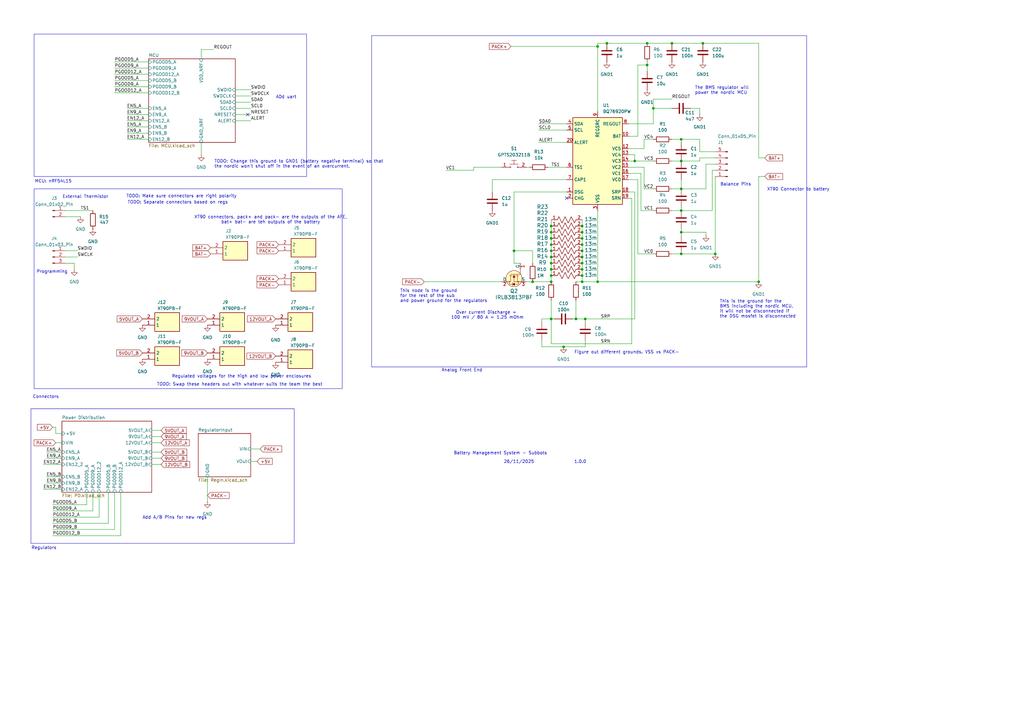
<source format=kicad_sch>
(kicad_sch (version 20250114) (generator "eeschema") (generator_version "9.0")
  (paper "A3")
  (lib_symbols
    (symbol "Battery_Management:BQ76920PW"
      (property "Reference" "U" (at -10.16 19.05 0))
      (property "Value" "BQ76920PW" (at 12.7 19.05 0))
      (symbol "BQ76920PW_1_0"
        (pin bidirectional line (at -12.7 7.62 0) (length 2.54) (name "ALERT") (number "20"))
        (pin passive line (at -12.7 -2.54 0) (length 2.54) (name "TS1") (number "6"))
        (pin passive line (at -12.7 -7.62 0) (length 2.54) (name "CAP1") (number "7"))
        (pin no_connect line (at -2.54 -17.78 90) (length 2.54) (hide yes) (name "NC") (number "11"))
        (pin power_in line (at 0 20.32 270) (length 2.54) (name "REGSRC") (number "9"))
        (pin power_out line (at 12.7 15.24 180) (length 2.54) (name "REGOUT") (number "8"))
        (pin input line (at 12.7 10.16 180) (length 2.54) (name "BAT") (number "10"))
        (pin input line (at 12.7 5.08 180) (length 2.54) (name "VC5") (number "12"))
        (pin input line (at 12.7 2.54 180) (length 2.54) (name "VC4") (number "13"))
        (pin input line (at 12.7 0 180) (length 2.54) (name "VC3") (number "14"))
        (pin input line (at 12.7 -2.54 180) (length 2.54) (name "VC2") (number "15"))
        (pin input line (at 12.7 -5.08 180) (length 2.54) (name "VC1") (number "16"))
        (pin input line (at 12.7 -7.62 180) (length 2.54) (name "VC0") (number "17"))
        (pin input line (at 12.7 -12.7 180) (length 2.54) (name "SRP") (number "18"))
        (pin input line (at 12.7 -15.24 180) (length 2.54) (name "SRN") (number "19"))
      )
      (symbol "BQ76920PW_1_1"
        (pin bidirectional line (at -12.7 15.24 0) (length 2.54) (name "SDA") (number "4"))
        (pin input line (at -12.7 12.7 0) (length 2.54) (name "SCL") (number "5"))
        (pin output line (at -12.7 -12.7 0) (length 2.54) (name "DSG") (number "1"))
        (pin output line (at -12.7 -15.24 0) (length 2.54) (name "CHG") (number "2"))
        (pin power_in line (at 0 -20.32 90) (length 2.54) (name "VSS") (number "3"))
      )
    )
    (symbol "Connector:Conn_01x02_Pin" (pin_names (offset 1.016) (hide yes))
      (property "Reference" "J" (at 0 2.54 0))
      (property "Value" "Conn_01x02_Pin" (at 0 -5.08 0))
      (symbol "Conn_01x02_Pin_1_1"
        (pin passive line (at 5.08 0 180) (length 3.81) (name "Pin_1") (number "1"))
        (pin passive line (at 5.08 -2.54 180) (length 3.81) (name "Pin_2") (number "2"))
      )
    )
    (symbol "Connector:Conn_01x03_Pin" (pin_names (offset 1.016) (hide yes))
      (property "Reference" "J" (at 0 5.08 0))
      (property "Value" "Conn_01x03_Pin" (at 0 -5.08 0))
      (symbol "Conn_01x03_Pin_1_1"
        (pin passive line (at 5.08 2.54 180) (length 3.81) (name "Pin_1") (number "1"))
        (pin passive line (at 5.08 0 180) (length 3.81) (name "Pin_2") (number "2"))
        (pin passive line (at 5.08 -2.54 180) (length 3.81) (name "Pin_3") (number "3"))
      )
    )
    (symbol "Connector:Conn_01x05_Pin" (pin_names (offset 1.016) (hide yes))
      (property "Reference" "J" (at 0 7.62 0))
      (property "Value" "Conn_01x05_Pin" (at 0 -7.62 0))
      (symbol "Conn_01x05_Pin_1_1"
        (pin passive line (at 5.08 5.08 180) (length 3.81) (name "Pin_1") (number "1"))
        (pin passive line (at 5.08 2.54 180) (length 3.81) (name "Pin_2") (number "2"))
        (pin passive line (at 5.08 0 180) (length 3.81) (name "Pin_3") (number "3"))
        (pin passive line (at 5.08 -2.54 180) (length 3.81) (name "Pin_4") (number "4"))
        (pin passive line (at 5.08 -5.08 180) (length 3.81) (name "Pin_5") (number "5"))
      )
    )
    (symbol "Device:C" (pin_numbers (hide yes)) (pin_names (offset 0.254))
      (property "Reference" "C" (at 0.635 2.54 0))
      (property "Value" "C" (at 0.635 -2.54 0))
      (symbol "C_1_1"
        (pin passive line (at 0 3.81 270) (length 2.794) (name "~") (number "1"))
        (pin passive line (at 0 -3.81 90) (length 2.794) (name "~") (number "2"))
      )
    )
    (symbol "Device:R" (pin_numbers (hide yes)) (pin_names (offset 0))
      (property "Reference" "R" (at 2.032 0 90))
      (property "Value" "R" (at 0 0 90))
      (symbol "R_1_1"
        (pin passive line (at 0 3.81 270) (length 1.27) (name "~") (number "1"))
        (pin passive line (at 0 -3.81 90) (length 1.27) (name "~") (number "2"))
      )
    )
    (symbol "LIB_XT90PB-F:XT90PB-F"
      (property "Reference" "J" (at 16.51 7.62 0))
      (property "Value" "XT90PB-F" (at 16.51 5.08 0))
      (symbol "XT90PB-F_1_1"
        (pin passive line (at 0 0 0) (length 5.08) (name "2") (number "2"))
        (pin passive line (at 0 -2.54 0) (length 5.08) (name "1") (number "1"))
      )
    )
    (symbol "dk_Pushbutton-Switches:GPTS203211B" (pin_names (offset 1.016))
      (property "Reference" "S" (at -3.81 3.81 0))
      (property "Value" "GPTS203211B" (at 0 -2.54 0))
      (symbol "GPTS203211B_1_1"
        (pin passive line (at -5.08 0 0) (length 2.54) (name "~") (number "1"))
        (pin passive line (at 5.08 0 180) (length 2.54) (name "~") (number "2"))
      )
    )
    (symbol "dk_Transistors-FETs-MOSFETs-Single:IRLB3034PBF" (pin_names (offset 0))
      (property "Reference" "Q" (at -2.6924 3.6322 0))
      (property "Value" "IRLB3034PBF" (at 3.4544 0 90))
      (symbol "IRLB3034PBF_1_1"
        (pin bidirectional line (at -7.62 -2.54 0) (length 2.54) (name "G") (number "1"))
        (pin bidirectional line (at 0 5.08 270) (length 2.54) (name "D") (number "2"))
        (pin bidirectional line (at 0 -5.08 90) (length 2.54) (name "S") (number "3"))
      )
    )
    (symbol "power:GND" (power) (pin_numbers (hide yes)) (pin_names (offset 0) (hide yes))
      (property "Value" "GND" (at 0 -3.81 0))
      (symbol "GND_1_1"
        (pin power_in line (at 0 0 270) (length 0) (name "~") (number "1"))
      )
    )
    (symbol "power:GND1" (power) (pin_numbers (hide yes)) (pin_names (offset 0) (hide yes))
      (property "Value" "GND1" (at 0 -3.81 0))
      (symbol "GND1_1_1"
        (pin power_in line (at 0 0 270) (length 0) (name "~") (number "1"))
      )
    )
    (symbol "ul_LTR100LJZPFSR015:LTR100LJZPFSR015" (pin_names (offset 0.254))
      (property "Reference" "R" (at 5.715 3.81 0))
      (property "Value" "LTR100LJZPFSR015" (at 6.35 -3.81 0))
      (symbol "LTR100LJZPFSR015_1_1"
        (pin unspecified line (at 0 0 0) (length 2.54) (name "") (number "1"))
        (pin unspecified line (at 12.7 0 180) (length 2.54) (name "") (number "2"))
      )
      (symbol "LTR100LJZPFSR015_1_2"
        (pin unspecified line (at 0 12.7 270) (length 2.54) (name "") (number "1"))
        (pin unspecified line (at 0 0 90) (length 2.54) (name "") (number "2"))
      )
    )
  )
  (rectangle (start 12.7 167.64) (end 120.65 222.885))
  (rectangle (start 13.97 77.47) (end 140.335 159.385))
  (rectangle (start 13.97 13.97) (end 125.73 72.39))
  (rectangle (start 152.4 14.605) (end 330.835 150.495))
  (text "This is the ground for the \nBMS including the nordic MCU,\nit will not be disconnected if \nthe DSG mosfet is disconnected" (at 295.148 126.746 0) (effects (font (size 1.27 1.27)) (justify left)))
  (text "TODO: Separate connectors based on regs\n" (at 72.898 83.058 0) (effects (font (size 1.27 1.27))))
  (text "Regulated voltages for the high and low power enclosures\n" (at 99.06 154.432 0) (effects (font (size 1.27 1.27))))
  (text "Connectors\n" (at 18.796 162.814 0) (effects (font (size 1.27 1.27))))
  (text "Add A/B Pins for new regs\n" (at 71.628 212.344 0) (effects (font (size 1.27 1.27))))
  (text "TODO: Make sure connectors are right polarity\n" (at 74.422 80.518 0) (effects (font (size 1.27 1.27))))
  (text "TODO: Change this ground to GND1 (battery negative terminal) so that\nthe nordic won't shut off in the event of an overcurrent." (at 87.884 67.31 0) (effects (font (size 1.27 1.27)) (justify left)))
  (text "This node is the ground\nfor the rest of the sub \nand power ground for the regulators \n" (at 164.084 121.412 0) (effects (font (size 1.27 1.27)) (justify left)))
  (text "TODO: Swap these headers out with whatever suits the team the best\n" (at 98.298 157.734 0) (effects (font (size 1.27 1.27))))
  (text "Analog Front End\n" (at 189.484 151.892 0) (effects (font (size 1.27 1.27))))
  (text "The BMS regulator will\npower the nordic MCU\n" (at 284.988 37.084 0) (effects (font (size 1.27 1.27)) (justify left)))
  (text "ADd uart\n" (at 117.348 39.878 0) (effects (font (size 1.27 1.27))))
  (text "Regulators" (at 18.034 224.79 0) (effects (font (size 1.27 1.27))))
  (text "Balance Pins\n" (at 301.752 75.692 0) (effects (font (size 1.27 1.27))))
  (text "MCU: nRF54L15\n" (at 21.844 74.422 0) (effects (font (size 1.27 1.27))))
  (text "1.0.0\n" (at 237.998 189.484 0) (effects (font (size 1.27 1.27))))
  (text "Figure out different grounds. VSS vs PACK-" (at 257.048 144.526 0) (effects (font (size 1.27 1.27))))
  (text "External Thermistor\n" (at 35.052 80.772 0) (effects (font (size 1.27 1.27))))
  (text "26/11/2025" (at 212.852 189.484 0) (effects (font (size 1.27 1.27))))
  (text "Over current Discharge = \n100 mV / 80 A = 1.25 mOhm" (at 199.898 129.286 0) (effects (font (size 1.27 1.27))))
  (text "Battery Management System - Subbots" (at 205.232 185.928 0) (effects (font (size 1.27 1.27))))
  (text "XT90 connectors, pack+ and pack- are the outputs of the AFE,\nbat+ bat- are teh outputs of the battery\n\n" (at 110.998 91.186 0) (effects (font (size 1.27 1.27))))
  (text "XT90 Connector to battery\n\n" (at 327.406 78.74 0) (effects (font (size 1.27 1.27))))
  (text "Programming\n" (at 21.336 111.506 0) (effects (font (size 1.27 1.27))))
  (junction (at 236.22 130.81))
  (junction (at 238.76 110.49))
  (junction (at 238.76 107.95))
  (junction (at 238.76 113.03))
  (junction (at 238.76 95.25))
  (junction (at 240.03 130.81))
  (junction (at 238.76 115.57))
  (junction (at 231.14 142.24))
  (junction (at 267.97 44.45))
  (junction (at 311.15 115.57))
  (junction (at 279.4 77.47))
  (junction (at 265.43 26.67))
  (junction (at 226.06 95.25))
  (junction (at 238.76 92.71))
  (junction (at 226.06 130.81))
  (junction (at 238.76 97.79))
  (junction (at 226.06 113.03))
  (junction (at 226.06 110.49))
  (junction (at 226.06 102.87))
  (junction (at 210.82 102.87))
  (junction (at 238.76 100.33))
  (junction (at 226.06 100.33))
  (junction (at 238.76 105.41))
  (junction (at 248.92 17.78))
  (junction (at 218.44 115.57))
  (junction (at 226.06 107.95))
  (junction (at 260.35 66.04))
  (junction (at 279.4 66.04))
  (junction (at 279.4 57.15))
  (junction (at 288.29 17.78))
  (junction (at 279.4 104.14))
  (junction (at 279.4 86.36))
  (junction (at 226.06 105.41))
  (junction (at 245.11 115.57))
  (junction (at 245.11 19.05))
  (junction (at 226.06 92.71))
  (junction (at 293.37 104.14))
  (junction (at 226.06 115.57))
  (junction (at 265.43 17.78))
  (junction (at 226.06 97.79))
  (junction (at 238.76 102.87))
  (junction (at 275.59 17.78))
  (junction (at 279.4 95.25))
  (no_connect (at 232.41 81.28))
  (no_connect (at 101.6 46.99))
  (bus_entry (at -673.1 320.04) (size 2.54 2.54))
  (bus_entry (at -787.4 276.86) (size 2.54 2.54))
  (bus_entry (at 15.24 320.04) (size 2.54 2.54))
  (bus_entry (at -707.39 326.39) (size 2.54 2.54))
  (wire (pts (xy 292.1 69.85) (xy 293.37 69.85)))
  (wire (pts (xy 238.76 90.17) (xy 238.76 92.71)))
  (wire (pts (xy 240.03 130.81) (xy 240.03 132.08)))
  (wire (pts (xy 21.59 175.26) (xy 22.86 175.26)))
  (wire (pts (xy 46.99 27.94) (xy 60.96 27.94)))
  (wire (pts (xy 218.44 107.95) (xy 218.44 102.87)))
  (wire (pts (xy 275.59 44.45) (xy 267.97 44.45)))
  (wire (pts (xy 279.4 57.15) (xy 279.4 58.42)))
  (wire (pts (xy 222.25 139.7) (xy 222.25 142.24)))
  (wire (pts (xy 287.02 64.77) (xy 287.02 66.04)))
  (wire (pts (xy 62.23 181.61) (xy 66.04 181.61)))
  (wire (pts (xy 279.4 86.36) (xy 292.1 86.36)))
  (wire (pts (xy 21.59 217.17) (xy 46.99 217.17)))
  (wire (pts (xy 96.52 41.91) (xy 102.87 41.91)))
  (wire (pts (xy 26.67 107.95) (xy 30.48 107.95)))
  (wire (pts (xy 210.82 102.87) (xy 210.82 78.74)))
  (wire (pts (xy 259.08 140.97) (xy 259.08 81.28)))
  (wire (pts (xy 311.15 64.77) (xy 311.15 17.78)))
  (wire (pts (xy 226.06 97.79) (xy 226.06 100.33)))
  (wire (pts (xy 264.16 77.47) (xy 264.16 68.58)))
  (wire (pts (xy 194.31 68.58) (xy 205.74 68.58)))
  (wire (pts (xy 245.11 115.57) (xy 245.11 86.36)))
  (wire (pts (xy 240.03 139.7) (xy 240.03 142.24)))
  (wire (pts (xy 264.16 60.96) (xy 264.16 57.15)))
  (wire (pts (xy 46.99 30.48) (xy 60.96 30.48)))
  (wire (pts (xy 289.56 95.25) (xy 279.4 95.25)))
  (wire (pts (xy 21.59 214.63) (xy 44.45 214.63)))
  (wire (pts (xy 257.81 66.04) (xy 260.35 66.04)))
  (wire (pts (xy 275.59 66.04) (xy 279.4 66.04)))
  (wire (pts (xy 26.67 105.41) (xy 31.75 105.41)))
  (wire (pts (xy 262.89 86.36) (xy 267.97 86.36)))
  (wire (pts (xy 293.37 72.39) (xy 293.37 104.14)))
  (wire (pts (xy 313.69 72.39) (xy 311.15 72.39)))
  (wire (pts (xy 22.86 177.8) (xy 25.4 177.8)))
  (wire (pts (xy 60.96 33.02) (xy 46.99 33.02)))
  (wire (pts (xy 62.23 176.53) (xy 66.04 176.53)))
  (wire (pts (xy 289.56 96.52) (xy 289.56 95.25)))
  (wire (pts (xy 96.52 49.53) (xy 102.87 49.53)))
  (wire (pts (xy 82.55 58.42) (xy 82.55 63.5)))
  (wire (pts (xy 220.98 50.8) (xy 232.41 50.8)))
  (wire (pts (xy 226.06 90.17) (xy 226.06 92.71)))
  (wire (pts (xy 238.76 110.49) (xy 238.76 113.03)))
  (wire (pts (xy 218.44 115.57) (xy 226.06 115.57)))
  (wire (pts (xy 292.1 86.36) (xy 292.1 69.85)))
  (wire (pts (xy 222.25 130.81) (xy 222.25 132.08)))
  (wire (pts (xy 21.59 209.55) (xy 38.1 209.55)))
  (wire (pts (xy 226.06 92.71) (xy 226.06 95.25)))
  (wire (pts (xy 35.56 207.01) (xy 35.56 201.93)))
  (wire (pts (xy 60.96 49.53) (xy 52.07 49.53)))
  (wire (pts (xy 238.76 107.95) (xy 238.76 110.49)))
  (wire (pts (xy 210.82 107.95) (xy 213.36 107.95)))
  (wire (pts (xy 46.99 35.56) (xy 60.96 35.56)))
  (wire (pts (xy 102.87 189.23) (xy 105.41 189.23)))
  (wire (pts (xy 279.4 77.47) (xy 275.59 77.47)))
  (wire (pts (xy 85.09 195.58) (xy 85.09 205.74)))
  (wire (pts (xy 283.21 44.45) (xy 287.02 44.45)))
  (wire (pts (xy 52.07 52.07) (xy 60.96 52.07)))
  (wire (pts (xy 30.48 107.95) (xy 30.48 110.49)))
  (wire (pts (xy 279.4 73.66) (xy 279.4 77.47)))
  (wire (pts (xy 245.11 19.05) (xy 245.11 45.72)))
  (wire (pts (xy 218.44 102.87) (xy 210.82 102.87)))
  (wire (pts (xy 52.07 54.61) (xy 60.96 54.61)))
  (wire (pts (xy 44.45 214.63) (xy 44.45 201.93)))
  (wire (pts (xy 288.29 17.78) (xy 311.15 17.78)))
  (wire (pts (xy 261.62 73.66) (xy 257.81 73.66)))
  (wire (pts (xy 238.76 95.25) (xy 238.76 97.79)))
  (wire (pts (xy 40.64 212.09) (xy 40.64 201.93)))
  (wire (pts (xy 287.02 57.15) (xy 287.02 62.23)))
  (wire (pts (xy 261.62 55.88) (xy 261.62 26.67)))
  (wire (pts (xy 21.59 219.71) (xy 49.53 219.71)))
  (wire (pts (xy 311.15 72.39) (xy 311.15 115.57)))
  (wire (pts (xy 60.96 57.15) (xy 52.07 57.15)))
  (wire (pts (xy 96.52 39.37) (xy 102.87 39.37)))
  (wire (pts (xy 265.43 17.78) (xy 248.92 17.78)))
  (wire (pts (xy 236.22 123.19) (xy 236.22 130.81)))
  (wire (pts (xy 275.59 17.78) (xy 288.29 17.78)))
  (wire (pts (xy 245.11 115.57) (xy 311.15 115.57)))
  (wire (pts (xy 245.11 19.05) (xy 245.11 17.78)))
  (wire (pts (xy 287.02 62.23) (xy 293.37 62.23)))
  (wire (pts (xy 38.1 209.55) (xy 38.1 201.93)))
  (wire (pts (xy 49.53 219.71) (xy 49.53 201.93)))
  (wire (pts (xy 264.16 77.47) (xy 267.97 77.47)))
  (wire (pts (xy 279.4 93.98) (xy 279.4 95.25)))
  (wire (pts (xy 279.4 85.09) (xy 279.4 86.36)))
  (wire (pts (xy 267.97 50.8) (xy 257.81 50.8)))
  (wire (pts (xy 257.81 60.96) (xy 264.16 60.96)))
  (wire (pts (xy 287.02 44.45) (xy 287.02 46.99)))
  (wire (pts (xy 22.86 175.26) (xy 22.86 177.8)))
  (wire (pts (xy 226.06 102.87) (xy 226.06 105.41)))
  (wire (pts (xy 52.07 44.45) (xy 60.96 44.45)))
  (wire (pts (xy 238.76 100.33) (xy 238.76 102.87)))
  (wire (pts (xy 194.31 68.58) (xy 194.31 69.85)))
  (wire (pts (xy 264.16 57.15) (xy 267.97 57.15)))
  (wire (pts (xy 289.56 67.31) (xy 289.56 77.47)))
  (wire (pts (xy 224.79 68.58) (xy 232.41 68.58)))
  (wire (pts (xy 62.23 190.5) (xy 66.04 190.5)))
  (wire (pts (xy 226.06 113.03) (xy 226.06 115.57)))
  (wire (pts (xy 238.76 92.71) (xy 238.76 95.25)))
  (wire (pts (xy 226.06 130.81) (xy 227.33 130.81)))
  (wire (pts (xy 96.52 46.99) (xy 102.87 46.99)))
  (wire (pts (xy 17.78 190.5) (xy 25.4 190.5)))
  (wire (pts (xy 279.4 104.14) (xy 293.37 104.14)))
  (wire (pts (xy 261.62 26.67) (xy 265.43 26.67)))
  (wire (pts (xy 26.67 88.9) (xy 33.02 88.9)))
  (wire (pts (xy 226.06 100.33) (xy 226.06 102.87)))
  (wire (pts (xy 313.69 64.77) (xy 311.15 64.77)))
  (wire (pts (xy 96.52 44.45) (xy 102.87 44.45)))
  (wire (pts (xy 236.22 130.81) (xy 240.03 130.81)))
  (wire (pts (xy 220.98 53.34) (xy 232.41 53.34)))
  (wire (pts (xy 226.06 140.97) (xy 226.06 130.81)))
  (wire (pts (xy 215.9 68.58) (xy 217.17 68.58)))
  (wire (pts (xy 52.07 46.99) (xy 60.96 46.99)))
  (wire (pts (xy 265.43 26.67) (xy 265.43 29.21)))
  (wire (pts (xy 60.96 25.4) (xy 46.99 25.4)))
  (wire (pts (xy 259.08 140.97) (xy 226.06 140.97)))
  (wire (pts (xy 238.76 113.03) (xy 238.76 115.57)))
  (wire (pts (xy 279.4 66.04) (xy 287.02 66.04)))
  (wire (pts (xy 275.59 86.36) (xy 279.4 86.36)))
  (wire (pts (xy 261.62 104.14) (xy 261.62 73.66)))
  (wire (pts (xy 279.4 95.25) (xy 279.4 96.52)))
  (wire (pts (xy 46.99 217.17) (xy 46.99 201.93)))
  (wire (pts (xy 220.98 58.42) (xy 232.41 58.42)))
  (wire (pts (xy 222.25 130.81) (xy 226.06 130.81)))
  (wire (pts (xy 265.43 25.4) (xy 265.43 26.67)))
  (wire (pts (xy 275.59 104.14) (xy 279.4 104.14)))
  (wire (pts (xy 46.99 38.1) (xy 60.96 38.1)))
  (wire (pts (xy 26.67 86.36) (xy 38.1 86.36)))
  (wire (pts (xy 234.95 130.81) (xy 236.22 130.81)))
  (wire (pts (xy 21.59 207.01) (xy 35.56 207.01)))
  (wire (pts (xy 293.37 64.77) (xy 287.02 64.77)))
  (wire (pts (xy 19.05 198.12) (xy 25.4 198.12)))
  (wire (pts (xy 96.52 36.83) (xy 102.87 36.83)))
  (wire (pts (xy 275.59 57.15) (xy 279.4 57.15)))
  (wire (pts (xy 267.97 44.45) (xy 267.97 50.8)))
  (wire (pts (xy 226.06 95.25) (xy 226.06 97.79)))
  (wire (pts (xy 194.31 69.85) (xy 182.88 69.85)))
  (wire (pts (xy 264.16 68.58) (xy 257.81 68.58)))
  (wire (pts (xy 62.23 179.07) (xy 66.04 179.07)))
  (wire (pts (xy 173.99 115.57) (xy 205.74 115.57)))
  (wire (pts (xy 82.55 20.32) (xy 82.55 24.13)))
  (wire (pts (xy 260.35 130.81) (xy 260.35 78.74)))
  (wire (pts (xy 102.87 184.15) (xy 106.68 184.15)))
  (wire (pts (xy 267.97 40.64) (xy 275.59 40.64)))
  (wire (pts (xy 210.82 107.95) (xy 210.82 102.87)))
  (wire (pts (xy 215.9 115.57) (xy 218.44 115.57)))
  (wire (pts (xy 22.86 181.61) (xy 25.4 181.61)))
  (wire (pts (xy 262.89 71.12) (xy 257.81 71.12)))
  (wire (pts (xy 261.62 104.14) (xy 267.97 104.14)))
  (wire (pts (xy 232.41 73.66) (xy 201.93 73.66)))
  (wire (pts (xy 19.05 187.96) (xy 25.4 187.96)))
  (wire (pts (xy 238.76 105.41) (xy 238.76 107.95)))
  (wire (pts (xy 265.43 17.78) (xy 275.59 17.78)))
  (wire (pts (xy 210.82 78.74) (xy 232.41 78.74)))
  (wire (pts (xy 222.25 142.24) (xy 231.14 142.24)))
  (wire (pts (xy 62.23 187.96) (xy 66.04 187.96)))
  (wire (pts (xy 238.76 115.57) (xy 245.11 115.57)))
  (wire (pts (xy 262.89 86.36) (xy 262.89 71.12)))
  (wire (pts (xy 245.11 17.78) (xy 248.92 17.78)))
  (wire (pts (xy 226.06 123.19) (xy 226.06 130.81)))
  (wire (pts (xy 240.03 130.81) (xy 260.35 130.81)))
  (wire (pts (xy 87.63 20.32) (xy 82.55 20.32)))
  (wire (pts (xy 260.35 63.5) (xy 260.35 66.04)))
  (wire (pts (xy 260.35 78.74) (xy 257.81 78.74)))
  (wire (pts (xy 17.78 200.66) (xy 25.4 200.66)))
  (wire (pts (xy 231.14 142.24) (xy 240.03 142.24)))
  (wire (pts (xy 289.56 77.47) (xy 279.4 77.47)))
  (wire (pts (xy 226.06 105.41) (xy 226.06 107.95)))
  (wire (pts (xy 238.76 102.87) (xy 238.76 105.41)))
  (wire (pts (xy 236.22 115.57) (xy 238.76 115.57)))
  (wire (pts (xy 238.76 97.79) (xy 238.76 100.33)))
  (wire (pts (xy 257.81 63.5) (xy 260.35 63.5)))
  (wire (pts (xy 259.08 81.28) (xy 257.81 81.28)))
  (wire (pts (xy 279.4 57.15) (xy 287.02 57.15)))
  (wire (pts (xy 26.67 102.87) (xy 31.75 102.87)))
  (wire (pts (xy 293.37 67.31) (xy 289.56 67.31)))
  (wire (pts (xy 226.06 110.49) (xy 226.06 113.03)))
  (wire (pts (xy 209.55 19.05) (xy 245.11 19.05)))
  (wire (pts (xy 201.93 73.66) (xy 201.93 78.74)))
  (wire (pts (xy 257.81 55.88) (xy 261.62 55.88)))
  (wire (pts (xy 62.23 185.42) (xy 66.04 185.42)))
  (wire (pts (xy 260.35 66.04) (xy 267.97 66.04)))
  (wire (pts (xy 21.59 212.09) (xy 40.64 212.09)))
  (wire (pts (xy 19.05 195.58) (xy 25.4 195.58)))
  (wire (pts (xy 226.06 107.95) (xy 226.06 110.49)))
  (wire (pts (xy 267.97 40.64) (xy 267.97 44.45)))
  (wire (pts (xy 19.05 185.42) (xy 25.4 185.42)))
  (label "PGOOD5_A" (at 46.99 33.02 0))
  (label "SWCLK" (at 31.75 105.41 0))
  (label "PGOOD9_B" (at 21.59 217.17 0))
  (label "EN12_A" (at 52.07 57.15 0))
  (label "SWDIO" (at 102.87 36.83 0))
  (label "VC3" (at 264.16 66.04 0))
  (label "EN9_A" (at 52.07 46.99 0))
  (label "VC1" (at 182.88 69.85 0))
  (label "SWDIO" (at 31.75 102.87 0))
  (label "VC0" (at 264.16 104.14 0))
  (label "REGOUT" (at 87.63 20.32 0))
  (label "EN12_A" (at 17.78 190.5 0))
  (label "VC1" (at 264.16 86.36 0))
  (label "EN5_A" (at 52.07 44.45 0))
  (label "EN5_A" (at 52.07 52.07 0))
  (label "VC4" (at 264.16 57.15 0))
  (label "SDA0" (at 102.87 41.91 0))
  (label "EN9_A" (at 52.07 54.61 0))
  (label "SDA0" (at 220.98 50.8 0))
  (label "PGOOD9_A" (at 46.99 35.56 0))
  (label "ALERT" (at 102.87 49.53 0))
  (label "EN5_B" (at 19.05 195.58 0))
  (label "PGOOD12_B" (at 21.59 219.71 0))
  (label "EN12_B" (at 17.78 200.66 0))
  (label "SRP" (at 246.38 130.81 0))
  (label "SCL0" (at 220.98 53.34 0))
  (label "PGOOD9_A" (at 46.99 27.94 0))
  (label "PGOOD12_A" (at 46.99 38.1 0))
  (label "ALERT" (at 220.98 58.42 0))
  (label "PGOOD12_A" (at 46.99 30.48 0))
  (label "VC2" (at 264.16 77.47 0))
  (label "SCL0" (at 102.87 44.45 0))
  (label "EN12_A" (at 52.07 49.53 0))
  (label "PGOOD9_A" (at 21.59 209.55 0))
  (label "NRESET" (at 102.87 46.99 0))
  (label "REGOUT" (at 275.59 40.64 0))
  (label "PGOOD5_A" (at 21.59 207.01 0))
  (label "PGOOD12_A" (at 21.59 212.09 0))
  (label "EN9_B" (at 19.05 198.12 0))
  (label "PGOOD5_B" (at 21.59 214.63 0))
  (label "TS1" (at 226.06 68.58 0))
  (label "EN9_A" (at 19.05 187.96 0))
  (label "PGOOD5_A" (at 46.99 25.4 0))
  (label "TS1" (at 33.02 86.36 0))
  (label "EN5_A" (at 19.05 185.42 0))
  (label "SRN" (at 246.38 140.97 0))
  (label "SWDCLK" (at 102.87 39.37 0))
  (global_label "BAT-" (shape input) (at 313.69 72.39 0) (property "Intersheetrefs" "${INTERSHEET_REFS}" (effects (hide yes))))
  (global_label "12VOUT_B" (shape input) (at 113.03 146.05 180) (property "Intersheetrefs" "${INTERSHEET_REFS}" (effects (hide yes))))
  (global_label "PACK-" (shape input) (at 114.3 116.84 180) (property "Intersheetrefs" "${INTERSHEET_REFS}" (effects (hide yes))))
  (global_label "PACK-" (shape input) (at 173.99 115.57 180) (property "Intersheetrefs" "${INTERSHEET_REFS}" (effects (hide yes))))
  (global_label "9VOUT_A" (shape input) (at 85.09 130.81 180) (property "Intersheetrefs" "${INTERSHEET_REFS}" (effects (hide yes))))
  (global_label "PACK-" (shape input) (at 85.09 203.2 0) (property "Intersheetrefs" "${INTERSHEET_REFS}" (effects (hide yes))))
  (global_label "PACK+" (shape input) (at 22.86 181.61 180) (property "Intersheetrefs" "${INTERSHEET_REFS}" (effects (hide yes))))
  (global_label "5VOUT_B" (shape input) (at 66.04 185.42 0) (property "Intersheetrefs" "${INTERSHEET_REFS}" (effects (hide yes))))
  (global_label "BAT+" (shape input) (at 313.69 64.77 0) (property "Intersheetrefs" "${INTERSHEET_REFS}" (effects (hide yes))))
  (global_label "5VOUT_A" (shape input) (at 66.04 176.53 0) (property "Intersheetrefs" "${INTERSHEET_REFS}" (effects (hide yes))))
  (global_label "5VOUT_B" (shape input) (at 58.42 144.78 180) (property "Intersheetrefs" "${INTERSHEET_REFS}" (effects (hide yes))))
  (global_label "BAT+" (shape input) (at 86.36 101.6 180) (property "Intersheetrefs" "${INTERSHEET_REFS}" (effects (hide yes))))
  (global_label "PACK+" (shape input) (at 106.68 184.15 0) (property "Intersheetrefs" "${INTERSHEET_REFS}" (effects (hide yes))))
  (global_label "12VOUT_B" (shape input) (at 66.04 190.5 0) (property "Intersheetrefs" "${INTERSHEET_REFS}" (effects (hide yes))))
  (global_label "BAT-" (shape input) (at 86.36 104.14 180) (property "Intersheetrefs" "${INTERSHEET_REFS}" (effects (hide yes))))
  (global_label "12VOUT_A" (shape input) (at 66.04 181.61 0) (property "Intersheetrefs" "${INTERSHEET_REFS}" (effects (hide yes))))
  (global_label "9VOUT_A" (shape input) (at 66.04 179.07 0) (property "Intersheetrefs" "${INTERSHEET_REFS}" (effects (hide yes))))
  (global_label "PACK+" (shape input) (at 209.55 19.05 180) (property "Intersheetrefs" "${INTERSHEET_REFS}" (effects (hide yes))))
  (global_label "+5V" (shape input) (at 21.59 175.26 180) (property "Intersheetrefs" "${INTERSHEET_REFS}" (effects (hide yes))))
  (global_label "PACK+" (shape input) (at 114.3 114.3 180) (property "Intersheetrefs" "${INTERSHEET_REFS}" (effects (hide yes))))
  (global_label "5VOUT_A" (shape input) (at 58.42 130.81 180) (property "Intersheetrefs" "${INTERSHEET_REFS}" (effects (hide yes))))
  (global_label "9VOUT_B" (shape input) (at 85.09 144.78 180) (property "Intersheetrefs" "${INTERSHEET_REFS}" (effects (hide yes))))
  (global_label "12VOUT_A" (shape input) (at 113.03 130.81 180) (property "Intersheetrefs" "${INTERSHEET_REFS}" (effects (hide yes))))
  (global_label "+5V" (shape input) (at 105.41 189.23 0) (property "Intersheetrefs" "${INTERSHEET_REFS}" (effects (hide yes))))
  (global_label "PACK-" (shape input) (at 114.3 102.87 180) (property "Intersheetrefs" "${INTERSHEET_REFS}" (effects (hide yes))))
  (global_label "PACK+" (shape input) (at 114.3 100.33 180) (property "Intersheetrefs" "${INTERSHEET_REFS}" (effects (hide yes))))
  (global_label "9VOUT_B" (shape input) (at 66.04 187.96 0) (property "Intersheetrefs" "${INTERSHEET_REFS}" (effects (hide yes))))
  (symbol (lib_id "Device:R") (at 271.78 86.36 90) (unit 1)
    (property "Reference" "R4" (at 271.78 80.01 90))
    (property "Value" "100" (at 271.78 82.55 90))
    (property "Footprint" "Resistor_SMD:R_0805_2012Metric_Pad1.20x1.40mm_HandSolder" (effects (hide yes)))
    (property "Description" "Resistor" (effects (hide yes)))
  )
  (symbol (lib_id "ul_LTR100LJZPFSR015:LTR100LJZPFSR015") (at 226.06 95.25 0) (unit 1)
    (property "Reference" "R21" (at 222.504 89.916 0) (effects (font (size 1.524 1.524))))
    (property "Value" "13m" (at 242.316 94.996 0) (effects (font (size 1.524 1.524))))
    (property "Footprint" "ul_LTR100LJZPFSR015:RES_LTR100L_ROM" (effects (hide yes)))
    (property "Datasheet" "LTR100LJZPFSR015" (effects (hide yes)))
  )
  (symbol (lib_id "power:GND1") (at 288.29 25.4 0) (unit 1)
    (property "Reference" "#PWR014" (effects (hide yes)))
    (property "Value" "GND1" (at 288.29 30.48 0))
    (property "Description" "Power symbol creates a global label with name \"GND1\" , ground" (effects (hide yes)))
  )
  (symbol (lib_id "power:GND1") (at 293.37 104.14 0) (unit 1)
    (property "Reference" "#PWR036" (effects (hide yes)))
    (property "Value" "GND1" (at 293.37 109.22 0))
    (property "Description" "Power symbol creates a global label with name \"GND1\" , ground" (effects (hide yes)))
  )
  (symbol (lib_id "ul_LTR100LJZPFSR015:LTR100LJZPFSR015") (at 226.06 110.49 0) (unit 1)
    (property "Reference" "R14" (at 222.504 105.156 0) (effects (font (size 1.524 1.524))))
    (property "Value" "13m" (at 242.316 110.236 0) (effects (font (size 1.524 1.524))))
    (property "Footprint" "ul_LTR100LJZPFSR015:RES_LTR100L_ROM" (effects (hide yes)))
    (property "Datasheet" "LTR100LJZPFSR015" (effects (hide yes)))
  )
  (symbol (lib_id "Device:R") (at 271.78 77.47 90) (unit 1)
    (property "Reference" "R3" (at 271.78 71.12 90))
    (property "Value" "100" (at 271.78 73.66 90))
    (property "Footprint" "Resistor_SMD:R_0805_2012Metric_Pad1.20x1.40mm_HandSolder" (effects (hide yes)))
    (property "Description" "Resistor" (effects (hide yes)))
  )
  (symbol (lib_id "power:GND1") (at 265.43 36.83 0) (unit 1)
    (property "Reference" "#PWR03" (effects (hide yes)))
    (property "Value" "GND1" (at 265.43 41.91 0))
    (property "Description" "Power symbol creates a global label with name \"GND1\" , ground" (effects (hide yes)))
  )
  (symbol (lib_id "Device:C") (at 279.4 90.17 0) (unit 1)
    (property "Reference" "C4" (at 283.21 88.8999 0) (effects (justify left)))
    (property "Value" "1u" (at 283.21 91.4399 0) (effects (justify left)))
    (property "Footprint" "Capacitor_SMD:C_0805_2012Metric_Pad1.18x1.45mm_HandSolder" (effects (hide yes)))
    (property "Description" "Unpolarized capacitor" (effects (hide yes)))
  )
  (symbol (lib_id "Device:C") (at 248.92 21.59 0) (unit 1)
    (property "Reference" "C6" (at 252.73 20.3199 0) (effects (justify left)))
    (property "Value" "1u" (at 252.73 22.8599 0) (effects (justify left)))
    (property "Footprint" "Capacitor_SMD:C_0805_2012Metric_Pad1.18x1.45mm_HandSolder" (effects (hide yes)))
    (property "Description" "Unpolarized capacitor" (effects (hide yes)))
  )
  (symbol (lib_id "dk_Pushbutton-Switches:GPTS203211B") (at 210.82 68.58 0) (unit 1)
    (property "Reference" "S1" (at 210.82 60.96 0))
    (property "Value" "GPTS203211B" (at 210.82 63.5 0))
    (property "Footprint" "digikey-footprints:PushButton_12x12mm_THT_GPTS203211B" (effects (hide yes)))
    (property "Datasheet" "http://switches-connectors-custom.cwind.com/Asset/GPTS203211BR2.pdf" (effects (hide yes)))
    (property "Description" "SWITCH PUSHBUTTON SPST 1A 30V" (effects (hide yes)))
    (property "Digi-Key_PN" "CW181-ND" (effects (hide yes)))
    (property "MPN" "GPTS203211B" (effects (hide yes)))
    (property "Category" "Switches" (effects (hide yes)))
    (property "Family" "Pushbutton Switches" (effects (hide yes)))
    (property "DK_Datasheet_Link" "http://switches-connectors-custom.cwind.com/Asset/GPTS203211BR2.pdf" (effects (hide yes)))
    (property "DK_Detail_Page" "/product-detail/en/cw-industries/GPTS203211B/CW181-ND/3190590" (effects (hide yes)))
    (property "Description_1" "SWITCH PUSHBUTTON SPST 1A 30V" (effects (hide yes)))
    (property "Manufacturer" "CW Industries" (effects (hide yes)))
    (property "Status" "Active" (effects (hide yes)))
  )
  (symbol (lib_id "Device:R") (at 226.06 119.38 0) (mirror x) (unit 1)
    (property "Reference" "R12" (at 223.52 118.1099 0) (effects (justify right)))
    (property "Value" "100" (at 223.52 120.6499 0) (effects (justify right)))
    (property "Footprint" "Resistor_SMD:R_0805_2012Metric_Pad1.20x1.40mm_HandSolder" (effects (hide yes)))
    (property "Description" "Resistor" (effects (hide yes)))
  )
  (symbol (lib_id "Device:R") (at 271.78 57.15 90) (unit 1)
    (property "Reference" "R1" (at 271.78 50.8 90))
    (property "Value" "100" (at 271.78 53.34 90))
    (property "Footprint" "Resistor_SMD:R_0805_2012Metric_Pad1.20x1.40mm_HandSolder" (effects (hide yes)))
    (property "Description" "Resistor" (effects (hide yes)))
  )
  (symbol (lib_id "Connector:Conn_01x05_Pin") (at 298.45 67.31 180) (unit 1)
    (property "Reference" "J1" (at 294.386 58.42 0) (effects (justify right)))
    (property "Value" "Conn_01x05_Pin" (at 294.386 55.88 0) (effects (justify right)))
    (property "Footprint" "Connector_JST:JST_XH_B5B-XH-A_1x05_P2.50mm_Vertical" (effects (hide yes)))
    (property "Description" "Generic connector, single row, 01x05, script generated" (effects (hide yes)))
  )
  (symbol (lib_id "power:GND") (at 33.02 88.9 0) (unit 1)
    (property "Reference" "#PWR09" (effects (hide yes)))
    (property "Value" "GND" (at 33.02 93.98 0))
    (property "Description" "Power symbol creates a global label with name \"GND\" , ground" (effects (hide yes)))
  )
  (symbol (lib_id "power:GND") (at 82.55 63.5 0) (unit 1)
    (property "Reference" "#PWR06" (effects (hide yes)))
    (property "Value" "GND" (at 82.55 68.58 0))
    (property "Description" "Power symbol creates a global label with name \"GND\" , ground" (effects (hide yes)))
  )
  (symbol (lib_id "Device:C") (at 222.25 135.89 0) (unit 1)
    (property "Reference" "C9" (at 215.138 135.128 0) (effects (justify left)))
    (property "Value" "100n" (at 214.122 137.414 0) (effects (justify left)))
    (property "Footprint" "Capacitor_SMD:C_0805_2012Metric_Pad1.18x1.45mm_HandSolder" (effects (hide yes)))
    (property "Description" "Unpolarized capacitor" (effects (hide yes)))
  )
  (symbol (lib_id "power:GND") (at 58.42 133.35 0) (unit 1)
    (property "Reference" "#PWR056" (effects (hide yes)))
    (property "Value" "GND" (at 58.42 138.43 0))
    (property "Description" "Power symbol creates a global label with name \"GND\" , ground" (effects (hide yes)))
  )
  (symbol (lib_id "Battery_Management:BQ76920PW") (at 245.11 66.04 0) (unit 1)
    (property "Reference" "U1" (at 247.2533 43.18 0) (effects (justify left)))
    (property "Value" "BQ76920PW" (at 247.2533 45.72 0) (effects (justify left)))
    (property "Footprint" "Package_SO:TSSOP-20_4.4x6.5mm_P0.65mm" (effects (hide yes)))
    (property "Datasheet" "http://www.ti.com/lit/ds/symlink/bq76920.pdf" (effects (hide yes)))
    (property "Description" "Lithium battery monitor, 3-5 cells, integrated balancing, I2C interface, TSSOP-20" (effects (hide yes)))
  )
  (symbol (lib_id "LIB_XT90PB-F:XT90PB-F") (at 86.36 101.6 0) (unit 1)
    (property "Reference" "J2" (at 92.456 94.742 0) (effects (justify left)))
    (property "Value" "XT90PB-F" (at 92.456 97.282 0) (effects (justify left)))
    (property "Footprint" "XT90PB-F:XT90PBF" (effects (hide yes)))
    (property "Datasheet" "https://www.china-amass.com/biao/439.html" (effects (hide yes)))
    (property "Description" "Connector: DC supply; socket; XT90; female; PIN: 2; on PCBs; THT" (effects (hide yes)))
    (property "Height" "19.7" (effects (hide yes)))
    (property "Manufacturer_Name" "Amass" (effects (hide yes)))
    (property "Manufacturer_Part_Number" "XT90PB-F" (effects (hide yes)))
  )
  (symbol (lib_id "Device:C") (at 288.29 21.59 0) (unit 1)
    (property "Reference" "C22" (at 292.1 20.3199 0) (effects (justify left)))
    (property "Value" "100u" (at 292.1 22.8599 0) (effects (justify left)))
    (property "Footprint" "Capacitor_SMD:C_0805_2012Metric_Pad1.18x1.45mm_HandSolder" (effects (hide yes)))
    (property "Description" "Unpolarized capacitor" (effects (hide yes)))
  )
  (symbol (lib_id "LIB_XT90PB-F:XT90PB-F") (at 114.3 100.33 0) (unit 1)
    (property "Reference" "J5" (at 120.396 93.472 0) (effects (justify left)))
    (property "Value" "XT90PB-F" (at 120.396 96.012 0) (effects (justify left)))
    (property "Footprint" "XT90PB-F:XT90PBF" (effects (hide yes)))
    (property "Datasheet" "https://www.china-amass.com/biao/439.html" (effects (hide yes)))
    (property "Description" "Connector: DC supply; socket; XT90; female; PIN: 2; on PCBs; THT" (effects (hide yes)))
    (property "Height" "19.7" (effects (hide yes)))
    (property "Manufacturer_Name" "Amass" (effects (hide yes)))
    (property "Manufacturer_Part_Number" "XT90PB-F" (effects (hide yes)))
  )
  (symbol (lib_id "power:GND1") (at 289.56 96.52 0) (unit 1)
    (property "Reference" "#PWR01" (effects (hide yes)))
    (property "Value" "GND1" (at 289.56 101.6 0))
    (property "Description" "Power symbol creates a global label with name \"GND1\" , ground" (effects (hide yes)))
  )
  (symbol (lib_id "Connector:Conn_01x03_Pin") (at 21.59 105.41 0) (unit 1)
    (property "Reference" "J4" (at 22.225 97.79 0))
    (property "Value" "Conn_01x03_Pin" (at 22.225 100.33 0))
    (property "Footprint" "Connector_PinHeader_2.54mm:PinHeader_1x03_P2.54mm_Vertical" (effects (hide yes)))
    (property "Description" "Generic connector, single row, 01x03, script generated" (effects (hide yes)))
  )
  (symbol (lib_id "power:GND1") (at 287.02 46.99 0) (unit 1)
    (property "Reference" "#PWR07" (effects (hide yes)))
    (property "Value" "GND1" (at 287.02 52.07 0))
    (property "Description" "Power symbol creates a global label with name \"GND1\" , ground" (effects (hide yes)))
  )
  (symbol (lib_id "Device:C") (at 279.4 69.85 0) (unit 1)
    (property "Reference" "C2" (at 283.21 68.5799 0) (effects (justify left)))
    (property "Value" "1u" (at 283.21 71.1199 0) (effects (justify left)))
    (property "Footprint" "Capacitor_SMD:C_0805_2012Metric_Pad1.18x1.45mm_HandSolder" (effects (hide yes)))
    (property "Description" "Unpolarized capacitor" (effects (hide yes)))
  )
  (symbol (lib_id "ul_LTR100LJZPFSR015:LTR100LJZPFSR015") (at 226.06 97.79 0) (unit 1)
    (property "Reference" "R20" (at 222.504 92.456 0) (effects (font (size 1.524 1.524))))
    (property "Value" "13m" (at 242.316 97.536 0) (effects (font (size 1.524 1.524))))
    (property "Footprint" "ul_LTR100LJZPFSR015:RES_LTR100L_ROM" (effects (hide yes)))
    (property "Datasheet" "LTR100LJZPFSR015" (effects (hide yes)))
  )
  (symbol (lib_id "power:GND") (at 38.1 93.98 0) (unit 1)
    (property "Reference" "#PWR011" (effects (hide yes)))
    (property "Value" "GND" (at 38.1 99.06 0))
    (property "Description" "Power symbol creates a global label with name \"GND\" , ground" (effects (hide yes)))
  )
  (symbol (lib_id "dk_Transistors-FETs-MOSFETs-Single:IRLB3034PBF") (at 210.82 115.57 90) (mirror x) (unit 1)
    (property "Reference" "Q2" (at 210.82 119.38 90) (effects (font (size 1.524 1.524))))
    (property "Value" "IRLB3813PBF" (at 210.82 121.92 90) (effects (font (size 1.524 1.524))))
    (property "Footprint" "digikey-footprints:TO-220-3" (effects (hide yes)))
    (property "Datasheet" "https://www.infineon.com/dgdl/irlb3034pbf.pdf?fileId=5546d462533600a40153566027b22585" (effects (hide yes)))
    (property "Description" "MOSFET N-CH 40V 195A TO220AB" (effects (hide yes)))
    (property "Digi-Key_PN" "IRLB3034PBF-ND" (effects (hide yes)))
    (property "MPN" "IRLB3034PBF" (effects (hide yes)))
    (property "Category" "Discrete Semiconductor Products" (effects (hide yes)))
    (property "Family" "Transistors - FETs, MOSFETs - Single" (effects (hide yes)))
    (property "DK_Datasheet_Link" "https://www.infineon.com/dgdl/irlb3034pbf.pdf?fileId=5546d462533600a40153566027b22585" (effects (hide yes)))
    (property "DK_Detail_Page" "/product-detail/en/infineon-technologies/IRLB3034PBF/IRLB3034PBF-ND/2096638" (effects (hide yes)))
    (property "Description_1" "MOSFET N-CH 40V 195A TO220AB" (effects (hide yes)))
    (property "Manufacturer" "Infineon Technologies" (effects (hide yes)))
    (property "Status" "Active" (effects (hide yes)))
  )
  (symbol (lib_id "power:GND1") (at 231.14 142.24 0) (unit 1)
    (property "Reference" "#PWR035" (effects (hide yes)))
    (property "Value" "GND1" (at 231.14 147.32 0))
    (property "Description" "Power symbol creates a global label with name \"GND1\" , ground" (effects (hide yes)))
  )
  (symbol (lib_id "Device:R") (at 271.78 66.04 90) (unit 1)
    (property "Reference" "R2" (at 271.78 59.69 90))
    (property "Value" "100" (at 271.78 62.23 90))
    (property "Footprint" "Resistor_SMD:R_0805_2012Metric_Pad1.20x1.40mm_HandSolder" (effects (hide yes)))
    (property "Description" "Resistor" (effects (hide yes)))
  )
  (symbol (lib_id "Device:C") (at 275.59 21.59 0) (unit 1)
    (property "Reference" "C21" (at 279.4 20.3199 0) (effects (justify left)))
    (property "Value" "100n" (at 279.4 22.8599 0) (effects (justify left)))
    (property "Footprint" "Capacitor_SMD:C_0805_2012Metric_Pad1.18x1.45mm_HandSolder" (effects (hide yes)))
    (property "Description" "Unpolarized capacitor" (effects (hide yes)))
  )
  (symbol (lib_id "LIB_XT90PB-F:XT90PB-F") (at 58.42 130.81 0) (unit 1)
    (property "Reference" "J12" (at 64.516 123.952 0) (effects (justify left)))
    (property "Value" "XT90PB-F" (at 64.516 126.492 0) (effects (justify left)))
    (property "Footprint" "XT90PB-F:XT90PBF" (effects (hide yes)))
    (property "Datasheet" "https://www.china-amass.com/biao/439.html" (effects (hide yes)))
    (property "Description" "Connector: DC supply; socket; XT90; female; PIN: 2; on PCBs; THT" (effects (hide yes)))
    (property "Height" "19.7" (effects (hide yes)))
    (property "Manufacturer_Name" "Amass" (effects (hide yes)))
    (property "Manufacturer_Part_Number" "XT90PB-F" (effects (hide yes)))
  )
  (symbol (lib_id "LIB_XT90PB-F:XT90PB-F") (at 113.03 146.05 0) (unit 1)
    (property "Reference" "J8" (at 119.126 139.192 0) (effects (justify left)))
    (property "Value" "XT90PB-F" (at 119.126 141.732 0) (effects (justify left)))
    (property "Footprint" "XT90PB-F:XT90PBF" (effects (hide yes)))
    (property "Datasheet" "https://www.china-amass.com/biao/439.html" (effects (hide yes)))
    (property "Description" "Connector: DC supply; socket; XT90; female; PIN: 2; on PCBs; THT" (effects (hide yes)))
    (property "Height" "19.7" (effects (hide yes)))
    (property "Manufacturer_Name" "Amass" (effects (hide yes)))
    (property "Manufacturer_Part_Number" "XT90PB-F" (effects (hide yes)))
  )
  (symbol (lib_id "ul_LTR100LJZPFSR015:LTR100LJZPFSR015") (at 226.06 105.41 0) (unit 1)
    (property "Reference" "R17" (at 222.504 100.076 0) (effects (font (size 1.524 1.524))))
    (property "Value" "13m" (at 242.316 105.156 0) (effects (font (size 1.524 1.524))))
    (property "Footprint" "ul_LTR100LJZPFSR015:RES_LTR100L_ROM" (effects (hide yes)))
    (property "Datasheet" "LTR100LJZPFSR015" (effects (hide yes)))
  )
  (symbol (lib_id "ul_LTR100LJZPFSR015:LTR100LJZPFSR015") (at 226.06 92.71 0) (unit 1)
    (property "Reference" "R22" (at 222.504 87.376 0) (effects (font (size 1.524 1.524))))
    (property "Value" "13m" (at 242.316 92.456 0) (effects (font (size 1.524 1.524))))
    (property "Footprint" "ul_LTR100LJZPFSR015:RES_LTR100L_ROM" (effects (hide yes)))
    (property "Datasheet" "LTR100LJZPFSR015" (effects (hide yes)))
  )
  (symbol (lib_id "LIB_XT90PB-F:XT90PB-F") (at 85.09 144.78 0) (unit 1)
    (property "Reference" "J10" (at 91.186 137.922 0) (effects (justify left)))
    (property "Value" "XT90PB-F" (at 91.186 140.462 0) (effects (justify left)))
    (property "Footprint" "XT90PB-F:XT90PBF" (effects (hide yes)))
    (property "Datasheet" "https://www.china-amass.com/biao/439.html" (effects (hide yes)))
    (property "Description" "Connector: DC supply; socket; XT90; female; PIN: 2; on PCBs; THT" (effects (hide yes)))
    (property "Height" "19.7" (effects (hide yes)))
    (property "Manufacturer_Name" "Amass" (effects (hide yes)))
    (property "Manufacturer_Part_Number" "XT90PB-F" (effects (hide yes)))
  )
  (symbol (lib_id "Device:C") (at 201.93 82.55 0) (unit 1)
    (property "Reference" "C12" (at 205.74 81.2799 0) (effects (justify left)))
    (property "Value" "1u" (at 205.74 83.8199 0) (effects (justify left)))
    (property "Footprint" "Capacitor_SMD:C_0805_2012Metric_Pad1.18x1.45mm_HandSolder" (effects (hide yes)))
    (property "Description" "Unpolarized capacitor" (effects (hide yes)))
  )
  (symbol (lib_id "LIB_XT90PB-F:XT90PB-F") (at 114.3 114.3 0) (unit 1)
    (property "Reference" "J6" (at 120.396 107.442 0) (effects (justify left)))
    (property "Value" "XT90PB-F" (at 120.396 109.982 0) (effects (justify left)))
    (property "Footprint" "XT90PB-F:XT90PBF" (effects (hide yes)))
    (property "Datasheet" "https://www.china-amass.com/biao/439.html" (effects (hide yes)))
    (property "Description" "Connector: DC supply; socket; XT90; female; PIN: 2; on PCBs; THT" (effects (hide yes)))
    (property "Height" "19.7" (effects (hide yes)))
    (property "Manufacturer_Name" "Amass" (effects (hide yes)))
    (property "Manufacturer_Part_Number" "XT90PB-F" (effects (hide yes)))
  )
  (symbol (lib_id "power:GND1") (at 248.92 25.4 0) (unit 1)
    (property "Reference" "#PWR02" (effects (hide yes)))
    (property "Value" "GND1" (at 248.92 30.48 0))
    (property "Description" "Power symbol creates a global label with name \"GND1\" , ground" (effects (hide yes)))
  )
  (symbol (lib_id "power:GND1") (at 311.15 115.57 0) (unit 1)
    (property "Reference" "#PWR05" (effects (hide yes)))
    (property "Value" "GND1" (at 311.15 120.65 0))
    (property "Description" "Power symbol creates a global label with name \"GND1\" , ground" (effects (hide yes)))
  )
  (symbol (lib_id "Device:R") (at 271.78 104.14 90) (unit 1)
    (property "Reference" "R5" (at 271.78 97.79 90))
    (property "Value" "100" (at 271.78 100.33 90))
    (property "Footprint" "Resistor_SMD:R_0805_2012Metric_Pad1.20x1.40mm_HandSolder" (effects (hide yes)))
    (property "Description" "Resistor" (effects (hide yes)))
  )
  (symbol (lib_id "Device:R") (at 265.43 21.59 0) (unit 1)
    (property "Reference" "R6" (at 267.97 20.3199 0) (effects (justify left)))
    (property "Value" "100" (at 267.97 22.8599 0) (effects (justify left)))
    (property "Footprint" "Resistor_SMD:R_0805_2012Metric_Pad1.20x1.40mm_HandSolder" (effects (hide yes)))
    (property "Description" "Resistor" (effects (hide yes)))
  )
  (symbol (lib_id "Device:C") (at 265.43 33.02 0) (unit 1)
    (property "Reference" "C7" (at 269.24 31.7499 0) (effects (justify left)))
    (property "Value" "10u" (at 269.24 34.2899 0) (effects (justify left)))
    (property "Footprint" "Capacitor_SMD:C_0805_2012Metric_Pad1.18x1.45mm_HandSolder" (effects (hide yes)))
    (property "Description" "Unpolarized capacitor" (effects (hide yes)))
  )
  (symbol (lib_id "power:GND") (at 85.09 133.35 0) (unit 1)
    (property "Reference" "#PWR059" (effects (hide yes)))
    (property "Value" "GND" (at 85.09 138.43 0))
    (property "Description" "Power symbol creates a global label with name \"GND\" , ground" (effects (hide yes)))
  )
  (symbol (lib_id "Device:C") (at 240.03 135.89 0) (unit 1)
    (property "Reference" "C8" (at 243.84 134.6199 0) (effects (justify left)))
    (property "Value" "100n" (at 243.84 137.1599 0) (effects (justify left)))
    (property "Footprint" "Capacitor_SMD:C_0805_2012Metric_Pad1.18x1.45mm_HandSolder" (effects (hide yes)))
    (property "Description" "Unpolarized capacitor" (effects (hide yes)))
  )
  (symbol (lib_id "Connector:Conn_01x02_Pin") (at 21.59 86.36 0) (unit 1)
    (property "Reference" "J3" (at 22.225 81.28 0))
    (property "Value" "Conn_01x02_Pin" (at 22.225 83.82 0))
    (property "Footprint" "Connector_PinHeader_2.54mm:PinHeader_1x02_P2.54mm_Vertical" (effects (hide yes)))
    (property "Description" "Generic connector, single row, 01x02, script generated" (effects (hide yes)))
  )
  (symbol (lib_id "power:GND") (at 30.48 110.49 0) (unit 1)
    (property "Reference" "#PWR010" (effects (hide yes)))
    (property "Value" "GND" (at 30.48 115.57 0))
    (property "Description" "Power symbol creates a global label with name \"GND\" , ground" (effects (hide yes)))
  )
  (symbol (lib_id "Device:R") (at 38.1 90.17 0) (unit 1)
    (property "Reference" "R15" (at 40.64 88.8999 0) (effects (justify left)))
    (property "Value" "4k7" (at 40.894 91.186 0) (effects (justify left)))
    (property "Footprint" "Resistor_SMD:R_0805_2012Metric_Pad1.20x1.40mm_HandSolder" (effects (hide yes)))
    (property "Description" "Resistor" (effects (hide yes)))
  )
  (symbol (lib_id "Device:C") (at 279.4 81.28 0) (unit 1)
    (property "Reference" "C3" (at 283.21 80.0099 0) (effects (justify left)))
    (property "Value" "1u" (at 283.21 82.5499 0) (effects (justify left)))
    (property "Footprint" "Capacitor_SMD:C_0805_2012Metric_Pad1.18x1.45mm_HandSolder" (effects (hide yes)))
    (property "Description" "Unpolarized capacitor" (effects (hide yes)))
  )
  (symbol (lib_id "Device:C") (at 231.14 130.81 90) (unit 1)
    (property "Reference" "C10" (at 231.14 124.46 90))
    (property "Value" "100n" (at 231.14 127 90))
    (property "Footprint" "Capacitor_SMD:C_0805_2012Metric_Pad1.18x1.45mm_HandSolder" (effects (hide yes)))
    (property "Description" "Unpolarized capacitor" (effects (hide yes)))
  )
  (symbol (lib_id "LIB_XT90PB-F:XT90PB-F") (at 85.09 130.81 0) (unit 1)
    (property "Reference" "J9" (at 91.186 123.952 0) (effects (justify left)))
    (property "Value" "XT90PB-F" (at 91.186 126.492 0) (effects (justify left)))
    (property "Footprint" "XT90PB-F:XT90PBF" (effects (hide yes)))
    (property "Datasheet" "https://www.china-amass.com/biao/439.html" (effects (hide yes)))
    (property "Description" "Connector: DC supply; socket; XT90; female; PIN: 2; on PCBs; THT" (effects (hide yes)))
    (property "Height" "19.7" (effects (hide yes)))
    (property "Manufacturer_Name" "Amass" (effects (hide yes)))
    (property "Manufacturer_Part_Number" "XT90PB-F" (effects (hide yes)))
  )
  (symbol (lib_id "power:GND1") (at 275.59 25.4 0) (unit 1)
    (property "Reference" "#PWR013" (effects (hide yes)))
    (property "Value" "GND1" (at 275.59 30.48 0))
    (property "Description" "Power symbol creates a global label with name \"GND1\" , ground" (effects (hide yes)))
  )
  (symbol (lib_id "Device:R") (at 218.44 111.76 0) (unit 1)
    (property "Reference" "R10" (at 220.218 110.49 0) (effects (justify left)))
    (property "Value" "1M" (at 220.218 113.03 0) (effects (justify left)))
    (property "Footprint" "Resistor_SMD:R_0805_2012Metric_Pad1.20x1.40mm_HandSolder" (effects (hide yes)))
    (property "Description" "Resistor" (effects (hide yes)))
  )
  (symbol (lib_id "ul_LTR100LJZPFSR015:LTR100LJZPFSR015") (at 226.06 102.87 0) (unit 1)
    (property "Reference" "R18" (at 222.504 97.536 0) (effects (font (size 1.524 1.524))))
    (property "Value" "13m" (at 242.316 102.616 0) (effects (font (size 1.524 1.524))))
    (property "Footprint" "ul_LTR100LJZPFSR015:RES_LTR100L_ROM" (effects (hide yes)))
    (property "Datasheet" "LTR100LJZPFSR015" (effects (hide yes)))
  )
  (symbol (lib_id "Device:C") (at 279.4 62.23 0) (unit 1)
    (property "Reference" "C1" (at 283.21 60.9599 0) (effects (justify left)))
    (property "Value" "1u" (at 283.21 63.4999 0) (effects (justify left)))
    (property "Footprint" "Capacitor_SMD:C_0805_2012Metric_Pad1.18x1.45mm_HandSolder" (effects (hide yes)))
    (property "Description" "Unpolarized capacitor" (effects (hide yes)))
  )
  (symbol (lib_id "Device:R") (at 220.98 68.58 90) (unit 1)
    (property "Reference" "R13" (at 220.98 62.23 90))
    (property "Value" "10k" (at 220.98 64.77 90))
    (property "Footprint" "Resistor_SMD:R_0805_2012Metric_Pad1.20x1.40mm_HandSolder" (effects (hide yes)))
    (property "Description" "Resistor" (effects (hide yes)))
  )
  (symbol (lib_id "power:GND") (at 113.03 133.35 0) (unit 1)
    (property "Reference" "#PWR061" (effects (hide yes)))
    (property "Value" "GND" (at 113.03 139.446 0))
    (property "Description" "Power symbol creates a global label with name \"GND\" , ground" (effects (hide yes)))
  )
  (symbol (lib_id "ul_LTR100LJZPFSR015:LTR100LJZPFSR015") (at 226.06 100.33 0) (unit 1)
    (property "Reference" "R19" (at 222.504 94.996 0) (effects (font (size 1.524 1.524))))
    (property "Value" "13m" (at 242.316 100.076 0) (effects (font (size 1.524 1.524))))
    (property "Footprint" "ul_LTR100LJZPFSR015:RES_LTR100L_ROM" (effects (hide yes)))
    (property "Datasheet" "LTR100LJZPFSR015" (effects (hide yes)))
  )
  (symbol (lib_id "Device:C") (at 279.4 44.45 90) (unit 1)
    (property "Reference" "C11" (at 282.956 46.228 90))
    (property "Value" "4u7" (at 282.956 48.768 90))
    (property "Footprint" "Capacitor_SMD:C_0805_2012Metric_Pad1.18x1.45mm_HandSolder" (effects (hide yes)))
    (property "Description" "Unpolarized capacitor" (effects (hide yes)))
  )
  (symbol (lib_id "ul_LTR100LJZPFSR015:LTR100LJZPFSR015") (at 226.06 113.03 0) (unit 1)
    (property "Reference" "R9" (at 222.504 107.696 0) (effects (font (size 1.524 1.524))))
    (property "Value" "13m" (at 242.316 112.776 0) (effects (font (size 1.524 1.524))))
    (property "Footprint" "ul_LTR100LJZPFSR015:RES_LTR100L_ROM" (effects (hide yes)))
    (property "Datasheet" "LTR100LJZPFSR015" (effects (hide yes)))
  )
  (symbol (lib_id "power:GND") (at 85.09 205.74 0) (unit 1)
    (property "Reference" "#PWR023" (effects (hide yes)))
    (property "Value" "GND" (at 85.09 210.82 0))
    (property "Description" "Power symbol creates a global label with name \"GND\" , ground" (effects (hide yes)))
  )
  (symbol (lib_id "ul_LTR100LJZPFSR015:LTR100LJZPFSR015") (at 226.06 107.95 0) (unit 1)
    (property "Reference" "R16" (at 222.504 102.616 0) (effects (font (size 1.524 1.524))))
    (property "Value" "13m" (at 242.316 107.696 0) (effects (font (size 1.524 1.524))))
    (property "Footprint" "ul_LTR100LJZPFSR015:RES_LTR100L_ROM" (effects (hide yes)))
    (property "Datasheet" "LTR100LJZPFSR015" (effects (hide yes)))
  )
  (symbol (lib_id "power:GND1") (at 201.93 86.36 0) (unit 1)
    (property "Reference" "#PWR08" (effects (hide yes)))
    (property "Value" "GND1" (at 201.93 91.44 0))
    (property "Description" "Power symbol creates a global label with name \"GND1\" , ground" (effects (hide yes)))
  )
  (symbol (lib_id "LIB_XT90PB-F:XT90PB-F") (at 58.42 144.78 0) (unit 1)
    (property "Reference" "J11" (at 64.516 137.922 0) (effects (justify left)))
    (property "Value" "XT90PB-F" (at 64.516 140.462 0) (effects (justify left)))
    (property "Footprint" "XT90PB-F:XT90PBF" (effects (hide yes)))
    (property "Datasheet" "https://www.china-amass.com/biao/439.html" (effects (hide yes)))
    (property "Description" "Connector: DC supply; socket; XT90; female; PIN: 2; on PCBs; THT" (effects (hide yes)))
    (property "Height" "19.7" (effects (hide yes)))
    (property "Manufacturer_Name" "Amass" (effects (hide yes)))
    (property "Manufacturer_Part_Number" "XT90PB-F" (effects (hide yes)))
  )
  (symbol (lib_id "power:GND") (at 58.42 147.32 0) (unit 1)
    (property "Reference" "#PWR057" (effects (hide yes)))
    (property "Value" "GND" (at 58.42 152.4 0))
    (property "Description" "Power symbol creates a global label with name \"GND\" , ground" (effects (hide yes)))
  )
  (symbol (lib_id "power:GND") (at 85.09 147.32 0) (unit 1)
    (property "Reference" "#PWR058" (effects (hide yes)))
    (property "Value" "GND" (at 85.09 152.4 0))
    (property "Description" "Power symbol creates a global label with name \"GND\" , ground" (effects (hide yes)))
  )
  (symbol (lib_id "Device:R") (at 236.22 119.38 180) (unit 1)
    (property "Reference" "R11" (at 238.76 118.1099 0) (effects (justify right)))
    (property "Value" "100" (at 238.76 120.6499 0) (effects (justify right)))
    (property "Footprint" "Resistor_SMD:R_0805_2012Metric_Pad1.20x1.40mm_HandSolder" (effects (hide yes)))
    (property "Description" "Resistor" (effects (hide yes)))
  )
  (symbol (lib_id "power:GND") (at 113.03 148.59 0) (unit 1)
    (property "Reference" "#PWR060" (effects (hide yes)))
    (property "Value" "GND" (at 113.03 153.67 0))
    (property "Description" "Power symbol creates a global label with name \"GND\" , ground" (effects (hide yes)))
  )
  (symbol (lib_id "Device:C") (at 279.4 100.33 0) (unit 1)
    (property "Reference" "C5" (at 283.21 99.0599 0) (effects (justify left)))
    (property "Value" "1u" (at 283.21 101.5999 0) (effects (justify left)))
    (property "Footprint" "Capacitor_SMD:C_0805_2012Metric_Pad1.18x1.45mm_HandSolder" (effects (hide yes)))
    (property "Description" "Unpolarized capacitor" (effects (hide yes)))
  )
  (symbol (lib_id "ul_LTR100LJZPFSR015:LTR100LJZPFSR015") (at 226.06 90.17 0) (unit 1)
    (property "Reference" "R23" (at 222.504 84.836 0) (effects (font (size 1.524 1.524))))
    (property "Value" "13m" (at 242.316 89.916 0) (effects (font (size 1.524 1.524))))
    (property "Footprint" "ul_LTR100LJZPFSR015:RES_LTR100L_ROM" (effects (hide yes)))
    (property "Datasheet" "LTR100LJZPFSR015" (effects (hide yes)))
  )
  (symbol (lib_id "LIB_XT90PB-F:XT90PB-F") (at 113.03 130.81 0) (unit 1)
    (property "Reference" "J7" (at 119.126 123.952 0) (effects (justify left)))
    (property "Value" "XT90PB-F" (at 119.126 126.492 0) (effects (justify left)))
    (property "Footprint" "XT90PB-F:XT90PBF" (effects (hide yes)))
    (property "Datasheet" "https://www.china-amass.com/biao/439.html" (effects (hide yes)))
    (property "Description" "Connector: DC supply; socket; XT90; female; PIN: 2; on PCBs; THT" (effects (hide yes)))
    (property "Height" "19.7" (effects (hide yes)))
    (property "Manufacturer_Name" "Amass" (effects (hide yes)))
    (property "Manufacturer_Part_Number" "XT90PB-F" (effects (hide yes)))
  )
  (sheet (at 81.28 177.8) (size 21.59 17.78) (stroke (width 0.1524))
    (property "Sheetname" "RegulatorInput" (at 81.28 177.0884 0) (effects (justify left bottom)))
    (property "Sheetfile" "RegIn.kicad_sch" (at 81.28 196.1646 0) (effects (justify left top)))
    (pin "VIN" input (at 102.87 184.15 0))
    (pin "VOut" input (at 102.87 189.23 0))
    (pin "GND" input (at 85.09 195.58 270))
  )
  (sheet (at 60.96 24.13) (size 35.56 34.29) (stroke (width 0.1524))
    (property "Sheetname" "MCU" (at 60.96 23.4184 0) (effects (justify left bottom)))
    (property "Sheetfile" "MCU.kicad_sch" (at 60.96 59.0046 0) (effects (justify left top)))
    (pin "ALERT" input (at 96.52 49.53 0))
    (pin "GND_NRF" input (at 82.55 58.42 270))
    (pin "NRESET" input (at 96.52 46.99 0))
    (pin "SCL0" input (at 96.52 44.45 0))
    (pin "SDA0" input (at 96.52 41.91 0))
    (pin "SWDCLK" input (at 96.52 39.37 0))
    (pin "SWDIO" input (at 96.52 36.83 0))
    (pin "VDD_NRF" input (at 82.55 24.13 90))
    (pin "EN5_A" input (at 60.96 44.45 180))
    (pin "EN9_A" input (at 60.96 46.99 180))
    (pin "EN12_A" input (at 60.96 49.53 180))
    (pin "PGOOD5_A" input (at 60.96 25.4 180))
    (pin "PGOOD9_A" input (at 60.96 27.94 180))
    (pin "PGOOD12_A" input (at 60.96 30.48 180))
    (pin "EN5_B" input (at 60.96 52.07 180))
    (pin "EN9_B" input (at 60.96 54.61 180))
    (pin "EN12_B" input (at 60.96 57.15 180))
    (pin "PGOOD5_B" input (at 60.96 33.02 180))
    (pin "PGOOD9_B" input (at 60.96 35.56 180))
    (pin "PGOOD12_B" input (at 60.96 38.1 180))
  )
  (sheet (at 25.4 172.72) (size 36.83 29.21) (stroke (width 0.1524))
    (property "Sheetname" "Power Distribution" (at 25.4 172.0084 0) (effects (justify left bottom)))
    (property "Sheetfile" "PD.kicad_sch" (at 25.4 202.5146 0) (effects (justify left top)))
    (pin "+5V" input (at 25.4 177.8 180))
    (pin "VIN" input (at 25.4 181.61 180))
    (pin "5VOUT_A" input (at 62.23 176.53 0))
    (pin "5VOUT_B" input (at 62.23 185.42 0))
    (pin "9VOUT_A" input (at 62.23 179.07 0))
    (pin "9VOUT_B" input (at 62.23 187.96 0))
    (pin "12VOUT_A" input (at 62.23 181.61 0))
    (pin "12VOUT_B" input (at 62.23 190.5 0))
    (pin "EN5_A" input (at 25.4 185.42 180))
    (pin "EN5_B" input (at 25.4 195.58 180))
    (pin "EN9_A" input (at 25.4 187.96 180))
    (pin "EN9_B" input (at 25.4 198.12 180))
    (pin "EN12_2" input (at 25.4 190.5 180))
    (pin "EN12_A" input (at 25.4 200.66 180))
    (pin "PGOOD5_A" input (at 35.56 201.93 270))
    (pin "PGOOD5_B" input (at 44.45 201.93 270))
    (pin "PGOOD9_A" input (at 38.1 201.93 270))
    (pin "PGOOD9_B" input (at 46.99 201.93 270))
    (pin "PGOOD12_2" input (at 40.64 201.93 270))
    (pin "PGOOD12_A" input (at 49.53 201.93 270))
  )
)
</source>
